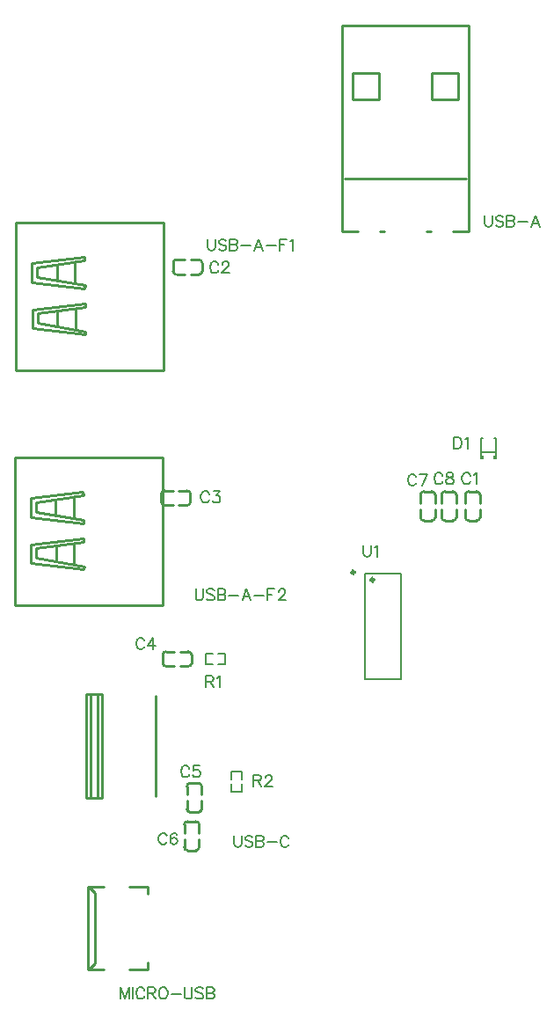
<source format=gto>
G04 Layer: TopSilkscreenLayer*
G04 EasyEDA v6.5.44, 2024-08-26 14:03:18*
G04 e04413f5f05c4ac1846c34afcf77e532,06c4dd8b78d84ebb914e46ede8edac81,10*
G04 Gerber Generator version 0.2*
G04 Scale: 100 percent, Rotated: No, Reflected: No *
G04 Dimensions in millimeters *
G04 leading zeros omitted , absolute positions ,4 integer and 5 decimal *
%FSLAX45Y45*%
%MOMM*%

%ADD10C,0.1524*%
%ADD11C,0.2540*%
%ADD12C,0.1520*%
%ADD13C,0.3000*%

%LPD*%
D10*
X4230877Y11138408D02*
G01*
X4225543Y11148821D01*
X4215129Y11159236D01*
X4204970Y11164315D01*
X4184141Y11164315D01*
X4173727Y11159236D01*
X4163313Y11148821D01*
X4157979Y11138408D01*
X4152900Y11122660D01*
X4152900Y11096752D01*
X4157979Y11081258D01*
X4163313Y11070844D01*
X4173727Y11060429D01*
X4184141Y11055350D01*
X4204970Y11055350D01*
X4215129Y11060429D01*
X4225543Y11070844D01*
X4230877Y11081258D01*
X4265168Y11143487D02*
G01*
X4275581Y11148821D01*
X4291075Y11164315D01*
X4291075Y11055350D01*
X1805178Y13170407D02*
G01*
X1799844Y13180821D01*
X1789429Y13191236D01*
X1779270Y13196316D01*
X1758442Y13196316D01*
X1748028Y13191236D01*
X1737613Y13180821D01*
X1732279Y13170407D01*
X1727200Y13154660D01*
X1727200Y13128752D01*
X1732279Y13113257D01*
X1737613Y13102844D01*
X1748028Y13092429D01*
X1758442Y13087350D01*
X1779270Y13087350D01*
X1789429Y13092429D01*
X1799844Y13102844D01*
X1805178Y13113257D01*
X1844547Y13170407D02*
G01*
X1844547Y13175487D01*
X1849881Y13185902D01*
X1854962Y13191236D01*
X1865376Y13196316D01*
X1886204Y13196316D01*
X1896618Y13191236D01*
X1901697Y13185902D01*
X1907031Y13175487D01*
X1907031Y13165074D01*
X1901697Y13154660D01*
X1891284Y13139166D01*
X1839468Y13087350D01*
X1912112Y13087350D01*
X1716278Y10960608D02*
G01*
X1710944Y10971021D01*
X1700529Y10981436D01*
X1690370Y10986515D01*
X1669542Y10986515D01*
X1659128Y10981436D01*
X1648713Y10971021D01*
X1643379Y10960608D01*
X1638300Y10944860D01*
X1638300Y10918952D01*
X1643379Y10903458D01*
X1648713Y10893044D01*
X1659128Y10882629D01*
X1669542Y10877550D01*
X1690370Y10877550D01*
X1700529Y10882629D01*
X1710944Y10893044D01*
X1716278Y10903458D01*
X1760981Y10986515D02*
G01*
X1818131Y10986515D01*
X1786889Y10944860D01*
X1802384Y10944860D01*
X1812797Y10939779D01*
X1818131Y10934700D01*
X1823212Y10918952D01*
X1823212Y10908537D01*
X1818131Y10893044D01*
X1807718Y10882629D01*
X1791970Y10877550D01*
X1776476Y10877550D01*
X1760981Y10882629D01*
X1755647Y10887710D01*
X1750568Y10898124D01*
X1093978Y9550908D02*
G01*
X1088644Y9561321D01*
X1078229Y9571736D01*
X1068070Y9576815D01*
X1047242Y9576815D01*
X1036828Y9571736D01*
X1026413Y9561321D01*
X1021079Y9550908D01*
X1016000Y9535160D01*
X1016000Y9509252D01*
X1021079Y9493758D01*
X1026413Y9483344D01*
X1036828Y9472929D01*
X1047242Y9467850D01*
X1068070Y9467850D01*
X1078229Y9472929D01*
X1088644Y9483344D01*
X1093978Y9493758D01*
X1180084Y9576815D02*
G01*
X1128268Y9504171D01*
X1206245Y9504171D01*
X1180084Y9576815D02*
G01*
X1180084Y9467850D01*
X1525778Y8319008D02*
G01*
X1520444Y8329421D01*
X1510029Y8339836D01*
X1499870Y8344915D01*
X1479042Y8344915D01*
X1468628Y8339836D01*
X1458213Y8329421D01*
X1452879Y8319008D01*
X1447800Y8303260D01*
X1447800Y8277352D01*
X1452879Y8261858D01*
X1458213Y8251444D01*
X1468628Y8241029D01*
X1479042Y8235950D01*
X1499870Y8235950D01*
X1510029Y8241029D01*
X1520444Y8251444D01*
X1525778Y8261858D01*
X1622297Y8344915D02*
G01*
X1570481Y8344915D01*
X1565147Y8298179D01*
X1570481Y8303260D01*
X1585976Y8308594D01*
X1601470Y8308594D01*
X1617218Y8303260D01*
X1627631Y8293100D01*
X1632712Y8277352D01*
X1632712Y8266937D01*
X1627631Y8251444D01*
X1617218Y8241029D01*
X1601470Y8235950D01*
X1585976Y8235950D01*
X1570481Y8241029D01*
X1565147Y8246110D01*
X1560068Y8256523D01*
X1309878Y7671308D02*
G01*
X1304544Y7681721D01*
X1294129Y7692136D01*
X1283970Y7697215D01*
X1263142Y7697215D01*
X1252728Y7692136D01*
X1242313Y7681721D01*
X1236979Y7671308D01*
X1231900Y7655560D01*
X1231900Y7629652D01*
X1236979Y7614158D01*
X1242313Y7603744D01*
X1252728Y7593329D01*
X1263142Y7588250D01*
X1283970Y7588250D01*
X1294129Y7593329D01*
X1304544Y7603744D01*
X1309878Y7614158D01*
X1406397Y7681721D02*
G01*
X1401318Y7692136D01*
X1385570Y7697215D01*
X1375410Y7697215D01*
X1359662Y7692136D01*
X1349247Y7676387D01*
X1344168Y7650479D01*
X1344168Y7624571D01*
X1349247Y7603744D01*
X1359662Y7593329D01*
X1375410Y7588250D01*
X1380489Y7588250D01*
X1395984Y7593329D01*
X1406397Y7603744D01*
X1411731Y7619237D01*
X1411731Y7624571D01*
X1406397Y7640065D01*
X1395984Y7650479D01*
X1380489Y7655560D01*
X1375410Y7655560D01*
X1359662Y7650479D01*
X1349247Y7640065D01*
X1344168Y7624571D01*
X3710177Y11125708D02*
G01*
X3704843Y11136121D01*
X3694429Y11146536D01*
X3684270Y11151615D01*
X3663441Y11151615D01*
X3653027Y11146536D01*
X3642613Y11136121D01*
X3637279Y11125708D01*
X3632200Y11109960D01*
X3632200Y11084052D01*
X3637279Y11068558D01*
X3642613Y11058144D01*
X3653027Y11047729D01*
X3663441Y11042650D01*
X3684270Y11042650D01*
X3694429Y11047729D01*
X3704843Y11058144D01*
X3710177Y11068558D01*
X3817111Y11151615D02*
G01*
X3765295Y11042650D01*
X3744468Y11151615D02*
G01*
X3817111Y11151615D01*
X3964177Y11138408D02*
G01*
X3958843Y11148821D01*
X3948429Y11159236D01*
X3938270Y11164315D01*
X3917441Y11164315D01*
X3907027Y11159236D01*
X3896613Y11148821D01*
X3891279Y11138408D01*
X3886200Y11122660D01*
X3886200Y11096752D01*
X3891279Y11081258D01*
X3896613Y11070844D01*
X3907027Y11060429D01*
X3917441Y11055350D01*
X3938270Y11055350D01*
X3948429Y11060429D01*
X3958843Y11070844D01*
X3964177Y11081258D01*
X4024375Y11164315D02*
G01*
X4008881Y11159236D01*
X4003547Y11148821D01*
X4003547Y11138408D01*
X4008881Y11127994D01*
X4019295Y11122660D01*
X4039870Y11117579D01*
X4055618Y11112500D01*
X4066031Y11102086D01*
X4071111Y11091671D01*
X4071111Y11075924D01*
X4066031Y11065510D01*
X4060697Y11060429D01*
X4045204Y11055350D01*
X4024375Y11055350D01*
X4008881Y11060429D01*
X4003547Y11065510D01*
X3998468Y11075924D01*
X3998468Y11091671D01*
X4003547Y11102086D01*
X4013961Y11112500D01*
X4029709Y11117579D01*
X4050284Y11122660D01*
X4060697Y11127994D01*
X4066031Y11138408D01*
X4066031Y11148821D01*
X4060697Y11159236D01*
X4045204Y11164315D01*
X4024375Y11164315D01*
X4076700Y11507215D02*
G01*
X4076700Y11398250D01*
X4076700Y11507215D02*
G01*
X4113022Y11507215D01*
X4128770Y11502136D01*
X4138929Y11491721D01*
X4144263Y11481308D01*
X4149343Y11465560D01*
X4149343Y11439652D01*
X4144263Y11424158D01*
X4138929Y11413744D01*
X4128770Y11403329D01*
X4113022Y11398250D01*
X4076700Y11398250D01*
X4183634Y11486387D02*
G01*
X4194047Y11491721D01*
X4209795Y11507215D01*
X4209795Y11398250D01*
X1689100Y9208515D02*
G01*
X1689100Y9099550D01*
X1689100Y9208515D02*
G01*
X1735836Y9208515D01*
X1751329Y9203436D01*
X1756663Y9198102D01*
X1761744Y9187687D01*
X1761744Y9177274D01*
X1756663Y9166860D01*
X1751329Y9161779D01*
X1735836Y9156700D01*
X1689100Y9156700D01*
X1725421Y9156700D02*
G01*
X1761744Y9099550D01*
X1796034Y9187687D02*
G01*
X1806447Y9193021D01*
X1822195Y9208515D01*
X1822195Y9099550D01*
X2146300Y8256015D02*
G01*
X2146300Y8147050D01*
X2146300Y8256015D02*
G01*
X2193036Y8256015D01*
X2208529Y8250936D01*
X2213863Y8245602D01*
X2218943Y8235187D01*
X2218943Y8224773D01*
X2213863Y8214360D01*
X2208529Y8209279D01*
X2193036Y8204200D01*
X2146300Y8204200D01*
X2182622Y8204200D02*
G01*
X2218943Y8147050D01*
X2258568Y8230108D02*
G01*
X2258568Y8235187D01*
X2263647Y8245602D01*
X2268981Y8250936D01*
X2279395Y8256015D01*
X2299970Y8256015D01*
X2310384Y8250936D01*
X2315718Y8245602D01*
X2320797Y8235187D01*
X2320797Y8224773D01*
X2315718Y8214360D01*
X2305304Y8198865D01*
X2253234Y8147050D01*
X2326131Y8147050D01*
X3200400Y10465815D02*
G01*
X3200400Y10387837D01*
X3205479Y10372344D01*
X3215893Y10361929D01*
X3231641Y10356850D01*
X3242056Y10356850D01*
X3257550Y10361929D01*
X3267963Y10372344D01*
X3273043Y10387837D01*
X3273043Y10465815D01*
X3307334Y10444987D02*
G01*
X3317747Y10450321D01*
X3333495Y10465815D01*
X3333495Y10356850D01*
X863610Y6211392D02*
G01*
X863610Y6102172D01*
X863610Y6211392D02*
G01*
X905266Y6102172D01*
X946668Y6211392D02*
G01*
X905266Y6102172D01*
X946668Y6211392D02*
G01*
X946668Y6102172D01*
X980958Y6211392D02*
G01*
X980958Y6102172D01*
X1093226Y6185484D02*
G01*
X1088146Y6195644D01*
X1077732Y6206058D01*
X1067318Y6211392D01*
X1046490Y6211392D01*
X1036076Y6206058D01*
X1025662Y6195644D01*
X1020582Y6185484D01*
X1015248Y6169736D01*
X1015248Y6143828D01*
X1020582Y6128334D01*
X1025662Y6117920D01*
X1036076Y6107506D01*
X1046490Y6102172D01*
X1067318Y6102172D01*
X1077732Y6107506D01*
X1088146Y6117920D01*
X1093226Y6128334D01*
X1127516Y6211392D02*
G01*
X1127516Y6102172D01*
X1127516Y6211392D02*
G01*
X1174252Y6211392D01*
X1190000Y6206058D01*
X1195080Y6200978D01*
X1200160Y6190564D01*
X1200160Y6180150D01*
X1195080Y6169736D01*
X1190000Y6164656D01*
X1174252Y6159322D01*
X1127516Y6159322D01*
X1163838Y6159322D02*
G01*
X1200160Y6102172D01*
X1265692Y6211392D02*
G01*
X1255278Y6206058D01*
X1244864Y6195644D01*
X1239784Y6185484D01*
X1234450Y6169736D01*
X1234450Y6143828D01*
X1239784Y6128334D01*
X1244864Y6117920D01*
X1255278Y6107506D01*
X1265692Y6102172D01*
X1286520Y6102172D01*
X1296934Y6107506D01*
X1307348Y6117920D01*
X1312428Y6128334D01*
X1317762Y6143828D01*
X1317762Y6169736D01*
X1312428Y6185484D01*
X1307348Y6195644D01*
X1296934Y6206058D01*
X1286520Y6211392D01*
X1265692Y6211392D01*
X1352052Y6148908D02*
G01*
X1445524Y6148908D01*
X1479814Y6211392D02*
G01*
X1479814Y6133414D01*
X1484894Y6117920D01*
X1495308Y6107506D01*
X1511056Y6102172D01*
X1521470Y6102172D01*
X1536964Y6107506D01*
X1547378Y6117920D01*
X1552458Y6133414D01*
X1552458Y6211392D01*
X1659646Y6195644D02*
G01*
X1649232Y6206058D01*
X1633484Y6211392D01*
X1612910Y6211392D01*
X1597162Y6206058D01*
X1586748Y6195644D01*
X1586748Y6185484D01*
X1592082Y6175070D01*
X1597162Y6169736D01*
X1607576Y6164656D01*
X1638818Y6154242D01*
X1649232Y6148908D01*
X1654312Y6143828D01*
X1659646Y6133414D01*
X1659646Y6117920D01*
X1649232Y6107506D01*
X1633484Y6102172D01*
X1612910Y6102172D01*
X1597162Y6107506D01*
X1586748Y6117920D01*
X1693936Y6211392D02*
G01*
X1693936Y6102172D01*
X1693936Y6211392D02*
G01*
X1740672Y6211392D01*
X1756166Y6206058D01*
X1761500Y6200978D01*
X1766580Y6190564D01*
X1766580Y6180150D01*
X1761500Y6169736D01*
X1756166Y6164656D01*
X1740672Y6159322D01*
X1693936Y6159322D02*
G01*
X1740672Y6159322D01*
X1756166Y6154242D01*
X1761500Y6148908D01*
X1766580Y6138494D01*
X1766580Y6123000D01*
X1761500Y6112586D01*
X1756166Y6107506D01*
X1740672Y6102172D01*
X1693936Y6102172D01*
X1955706Y7671927D02*
G01*
X1955706Y7593949D01*
X1961040Y7578201D01*
X1971454Y7568041D01*
X1986948Y7562707D01*
X1997362Y7562707D01*
X2012856Y7568041D01*
X2023270Y7578201D01*
X2028604Y7593949D01*
X2028604Y7671927D01*
X2135538Y7656179D02*
G01*
X2125124Y7666593D01*
X2109630Y7671927D01*
X2088802Y7671927D01*
X2073308Y7666593D01*
X2062894Y7656179D01*
X2062894Y7645765D01*
X2067974Y7635351D01*
X2073308Y7630271D01*
X2083722Y7625191D01*
X2114710Y7614777D01*
X2125124Y7609443D01*
X2130458Y7604363D01*
X2135538Y7593949D01*
X2135538Y7578201D01*
X2125124Y7568041D01*
X2109630Y7562707D01*
X2088802Y7562707D01*
X2073308Y7568041D01*
X2062894Y7578201D01*
X2169828Y7671927D02*
G01*
X2169828Y7562707D01*
X2169828Y7671927D02*
G01*
X2216564Y7671927D01*
X2232312Y7666593D01*
X2237392Y7661513D01*
X2242472Y7651099D01*
X2242472Y7640685D01*
X2237392Y7630271D01*
X2232312Y7625191D01*
X2216564Y7619857D01*
X2169828Y7619857D02*
G01*
X2216564Y7619857D01*
X2232312Y7614777D01*
X2237392Y7609443D01*
X2242472Y7599029D01*
X2242472Y7583535D01*
X2237392Y7573121D01*
X2232312Y7568041D01*
X2216564Y7562707D01*
X2169828Y7562707D01*
X2276762Y7609443D02*
G01*
X2370488Y7609443D01*
X2482502Y7645765D02*
G01*
X2477422Y7656179D01*
X2467008Y7666593D01*
X2456594Y7671927D01*
X2435766Y7671927D01*
X2425352Y7666593D01*
X2415192Y7656179D01*
X2409858Y7645765D01*
X2404778Y7630271D01*
X2404778Y7604363D01*
X2409858Y7588615D01*
X2415192Y7578201D01*
X2425352Y7568041D01*
X2435766Y7562707D01*
X2456594Y7562707D01*
X2467008Y7568041D01*
X2477422Y7578201D01*
X2482502Y7588615D01*
X1587614Y10046741D02*
G01*
X1587614Y9968763D01*
X1592694Y9953269D01*
X1603108Y9942855D01*
X1618602Y9937521D01*
X1629016Y9937521D01*
X1644764Y9942855D01*
X1654924Y9953269D01*
X1660258Y9968763D01*
X1660258Y10046741D01*
X1767192Y10031247D02*
G01*
X1756778Y10041661D01*
X1741284Y10046741D01*
X1720456Y10046741D01*
X1704962Y10041661D01*
X1694548Y10031247D01*
X1694548Y10020833D01*
X1699628Y10010419D01*
X1704962Y10005085D01*
X1715376Y10000005D01*
X1746364Y9989591D01*
X1756778Y9984511D01*
X1762112Y9979177D01*
X1767192Y9968763D01*
X1767192Y9953269D01*
X1756778Y9942855D01*
X1741284Y9937521D01*
X1720456Y9937521D01*
X1704962Y9942855D01*
X1694548Y9953269D01*
X1801482Y10046741D02*
G01*
X1801482Y9937521D01*
X1801482Y10046741D02*
G01*
X1848218Y10046741D01*
X1863966Y10041661D01*
X1869046Y10036327D01*
X1874380Y10025913D01*
X1874380Y10015499D01*
X1869046Y10005085D01*
X1863966Y10000005D01*
X1848218Y9994671D01*
X1801482Y9994671D02*
G01*
X1848218Y9994671D01*
X1863966Y9989591D01*
X1869046Y9984511D01*
X1874380Y9974097D01*
X1874380Y9958349D01*
X1869046Y9947935D01*
X1863966Y9942855D01*
X1848218Y9937521D01*
X1801482Y9937521D01*
X1908670Y9984511D02*
G01*
X2002142Y9984511D01*
X2077834Y10046741D02*
G01*
X2036432Y9937521D01*
X2077834Y10046741D02*
G01*
X2119490Y9937521D01*
X2051926Y9974097D02*
G01*
X2103996Y9974097D01*
X2153780Y9984511D02*
G01*
X2247252Y9984511D01*
X2281542Y10046741D02*
G01*
X2281542Y9937521D01*
X2281542Y10046741D02*
G01*
X2349106Y10046741D01*
X2281542Y9994671D02*
G01*
X2323198Y9994671D01*
X2388730Y10020833D02*
G01*
X2388730Y10025913D01*
X2393810Y10036327D01*
X2399144Y10041661D01*
X2409304Y10046741D01*
X2430132Y10046741D01*
X2440546Y10041661D01*
X2445880Y10036327D01*
X2450960Y10025913D01*
X2450960Y10015499D01*
X2445880Y10005085D01*
X2435466Y9989591D01*
X2383396Y9937521D01*
X2456294Y9937521D01*
X1701800Y13412216D02*
G01*
X1701800Y13334237D01*
X1706879Y13318744D01*
X1717294Y13308329D01*
X1733042Y13303250D01*
X1743455Y13303250D01*
X1758950Y13308329D01*
X1769363Y13318744D01*
X1774444Y13334237D01*
X1774444Y13412216D01*
X1881631Y13396721D02*
G01*
X1871218Y13407136D01*
X1855470Y13412216D01*
X1834895Y13412216D01*
X1819147Y13407136D01*
X1808734Y13396721D01*
X1808734Y13386307D01*
X1814068Y13375894D01*
X1819147Y13370560D01*
X1829562Y13365479D01*
X1860804Y13355066D01*
X1871218Y13349986D01*
X1876297Y13344652D01*
X1881631Y13334237D01*
X1881631Y13318744D01*
X1871218Y13308329D01*
X1855470Y13303250D01*
X1834895Y13303250D01*
X1819147Y13308329D01*
X1808734Y13318744D01*
X1915921Y13412216D02*
G01*
X1915921Y13303250D01*
X1915921Y13412216D02*
G01*
X1962658Y13412216D01*
X1978152Y13407136D01*
X1983486Y13401802D01*
X1988565Y13391387D01*
X1988565Y13380974D01*
X1983486Y13370560D01*
X1978152Y13365479D01*
X1962658Y13360400D01*
X1915921Y13360400D02*
G01*
X1962658Y13360400D01*
X1978152Y13355066D01*
X1983486Y13349986D01*
X1988565Y13339571D01*
X1988565Y13323824D01*
X1983486Y13313410D01*
X1978152Y13308329D01*
X1962658Y13303250D01*
X1915921Y13303250D01*
X2022856Y13349986D02*
G01*
X2116327Y13349986D01*
X2192274Y13412216D02*
G01*
X2150618Y13303250D01*
X2192274Y13412216D02*
G01*
X2233929Y13303250D01*
X2166365Y13339571D02*
G01*
X2218181Y13339571D01*
X2268220Y13349986D02*
G01*
X2361691Y13349986D01*
X2395981Y13412216D02*
G01*
X2395981Y13303250D01*
X2395981Y13412216D02*
G01*
X2463545Y13412216D01*
X2395981Y13360400D02*
G01*
X2437384Y13360400D01*
X2497836Y13391387D02*
G01*
X2508250Y13396721D01*
X2523743Y13412216D01*
X2523743Y13303250D01*
X4368800Y13640816D02*
G01*
X4368800Y13562837D01*
X4373879Y13547344D01*
X4384293Y13536929D01*
X4400041Y13531850D01*
X4410456Y13531850D01*
X4425950Y13536929D01*
X4436363Y13547344D01*
X4441443Y13562837D01*
X4441443Y13640816D01*
X4548631Y13625321D02*
G01*
X4538218Y13635736D01*
X4522470Y13640816D01*
X4501895Y13640816D01*
X4486147Y13635736D01*
X4475734Y13625321D01*
X4475734Y13614907D01*
X4481068Y13604494D01*
X4486147Y13599160D01*
X4496561Y13594079D01*
X4527804Y13583666D01*
X4538218Y13578586D01*
X4543297Y13573252D01*
X4548631Y13562837D01*
X4548631Y13547344D01*
X4538218Y13536929D01*
X4522470Y13531850D01*
X4501895Y13531850D01*
X4486147Y13536929D01*
X4475734Y13547344D01*
X4582922Y13640816D02*
G01*
X4582922Y13531850D01*
X4582922Y13640816D02*
G01*
X4629658Y13640816D01*
X4645152Y13635736D01*
X4650486Y13630402D01*
X4655565Y13619987D01*
X4655565Y13609574D01*
X4650486Y13599160D01*
X4645152Y13594079D01*
X4629658Y13589000D01*
X4582922Y13589000D02*
G01*
X4629658Y13589000D01*
X4645152Y13583666D01*
X4650486Y13578586D01*
X4655565Y13568171D01*
X4655565Y13552424D01*
X4650486Y13542010D01*
X4645152Y13536929D01*
X4629658Y13531850D01*
X4582922Y13531850D01*
X4689856Y13578586D02*
G01*
X4783327Y13578586D01*
X4859274Y13640816D02*
G01*
X4817618Y13531850D01*
X4859274Y13640816D02*
G01*
X4900929Y13531850D01*
X4833365Y13568171D02*
G01*
X4885181Y13568171D01*
G36*
X4326636Y11327079D02*
G01*
X4326636Y11296599D01*
X4361891Y11296599D01*
X4361891Y11327079D01*
G37*
G36*
X4451908Y11327079D02*
G01*
X4451908Y11296599D01*
X4487164Y11296599D01*
X4487164Y11327079D01*
G37*
D11*
X4214522Y10984801D02*
G01*
X4294525Y10984801D01*
X4183537Y10873826D02*
G01*
X4183537Y10953823D01*
X4325503Y10873826D02*
G01*
X4325503Y10953823D01*
X4182955Y10816236D02*
G01*
X4182955Y10736237D01*
X4213938Y10705254D02*
G01*
X4293936Y10705254D01*
X4324916Y10816236D02*
G01*
X4324916Y10736237D01*
X1650301Y13184477D02*
G01*
X1650301Y13104474D01*
X1539326Y13215462D02*
G01*
X1619323Y13215462D01*
X1539326Y13073496D02*
G01*
X1619323Y13073496D01*
X1481736Y13216044D02*
G01*
X1401737Y13216044D01*
X1370754Y13185061D02*
G01*
X1370754Y13105063D01*
X1481736Y13074083D02*
G01*
X1401737Y13074083D01*
X1536001Y10961977D02*
G01*
X1536001Y10881974D01*
X1425026Y10992962D02*
G01*
X1505023Y10992962D01*
X1425026Y10850996D02*
G01*
X1505023Y10850996D01*
X1367436Y10993544D02*
G01*
X1287437Y10993544D01*
X1256454Y10962561D02*
G01*
X1256454Y10882563D01*
X1367436Y10851583D02*
G01*
X1287437Y10851583D01*
X1548701Y9412577D02*
G01*
X1548701Y9332574D01*
X1437726Y9443562D02*
G01*
X1517723Y9443562D01*
X1437726Y9301596D02*
G01*
X1517723Y9301596D01*
X1380136Y9444144D02*
G01*
X1300137Y9444144D01*
X1269154Y9413161D02*
G01*
X1269154Y9333163D01*
X1380136Y9302183D02*
G01*
X1300137Y9302183D01*
X1534822Y8178101D02*
G01*
X1614825Y8178101D01*
X1503837Y8067126D02*
G01*
X1503837Y8147123D01*
X1645803Y8067126D02*
G01*
X1645803Y8147123D01*
X1503255Y8009536D02*
G01*
X1503255Y7929537D01*
X1534238Y7898554D02*
G01*
X1614236Y7898554D01*
X1645216Y8009536D02*
G01*
X1645216Y7929537D01*
X1509422Y7809801D02*
G01*
X1589425Y7809801D01*
X1478437Y7698826D02*
G01*
X1478437Y7778823D01*
X1620403Y7698826D02*
G01*
X1620403Y7778823D01*
X1477855Y7641236D02*
G01*
X1477855Y7561237D01*
X1508838Y7530254D02*
G01*
X1588836Y7530254D01*
X1619816Y7641236D02*
G01*
X1619816Y7561237D01*
X3782722Y10984801D02*
G01*
X3862725Y10984801D01*
X3751737Y10873826D02*
G01*
X3751737Y10953823D01*
X3893703Y10873826D02*
G01*
X3893703Y10953823D01*
X3751155Y10816236D02*
G01*
X3751155Y10736237D01*
X3782138Y10705254D02*
G01*
X3862136Y10705254D01*
X3893116Y10816236D02*
G01*
X3893116Y10736237D01*
X3985922Y10984801D02*
G01*
X4065925Y10984801D01*
X3954937Y10873826D02*
G01*
X3954937Y10953823D01*
X4096903Y10873826D02*
G01*
X4096903Y10953823D01*
X3954355Y10816236D02*
G01*
X3954355Y10736237D01*
X3985338Y10705254D02*
G01*
X4065336Y10705254D01*
X4096316Y10816236D02*
G01*
X4096316Y10736237D01*
D12*
X4479521Y11494724D02*
G01*
X4458898Y11494724D01*
X4334278Y11494724D02*
G01*
X4353900Y11494724D01*
D10*
X4334278Y11319479D02*
G01*
X4334278Y11494724D01*
X4479521Y11319479D02*
G01*
X4479521Y11494724D01*
X4334278Y11359923D02*
G01*
X4479521Y11359923D01*
X1800621Y9422460D02*
G01*
X1872424Y9422460D01*
X1872424Y9322739D01*
X1800621Y9322739D01*
X1755378Y9422460D02*
G01*
X1683575Y9422460D01*
X1683575Y9322739D01*
X1755378Y9322739D01*
X2031060Y8168878D02*
G01*
X2031060Y8097075D01*
X1931339Y8097075D01*
X1931339Y8168878D01*
X2031060Y8214121D02*
G01*
X2031060Y8285924D01*
X1931339Y8285924D01*
X1931339Y8214121D01*
X3213760Y10197719D02*
G01*
X3568039Y10197719D01*
X3568039Y9182480D01*
X3213760Y9182480D01*
X3213760Y10197719D01*
D11*
X547735Y6381874D02*
G01*
X547702Y7181872D01*
X706335Y7181872D02*
G01*
X549709Y7181872D01*
X706335Y6381874D02*
G01*
X547702Y6381874D01*
X1123698Y7181872D02*
G01*
X946335Y7181872D01*
X1123736Y6381800D02*
G01*
X946335Y6381775D01*
X1123736Y6453299D02*
G01*
X1123698Y6381899D01*
X1123698Y7181872D02*
G01*
X1123698Y7110300D01*
X549709Y7178875D02*
G01*
X559691Y7178875D01*
X618695Y7119871D01*
X547702Y6383881D02*
G01*
X559691Y6383881D01*
X618695Y6442885D01*
X618695Y6442885D02*
G01*
X618695Y7119871D01*
X642401Y8034401D02*
G01*
X642401Y9034399D01*
X577400Y9034399D02*
G01*
X577400Y8034401D01*
X684288Y9034399D02*
G01*
X532401Y9034399D01*
X532401Y8034401D01*
X684288Y8034401D01*
X684288Y9034399D01*
X1202400Y9014399D02*
G01*
X1202400Y8049399D01*
X508876Y10233675D02*
G01*
X3411Y10292090D01*
X3411Y10477512D01*
X508111Y10535678D01*
X510654Y10502402D01*
X54211Y10436875D01*
X54211Y10342890D01*
X513953Y10264155D01*
X508876Y10233675D01*
X417433Y10492755D02*
G01*
X417433Y10284475D01*
X242176Y10459732D02*
G01*
X242176Y10314955D01*
X237096Y10906775D02*
G01*
X237096Y10761990D01*
X412353Y10939790D02*
G01*
X412353Y10731512D01*
X503796Y10680712D02*
G01*
X508876Y10711190D01*
X49133Y10789932D01*
X49133Y10883912D01*
X505569Y10949444D01*
X503034Y10982721D01*
X-1666Y10924555D01*
X-1666Y10739132D01*
X503796Y10680712D01*
X1265796Y11315700D02*
G01*
X1265796Y9893300D01*
X-156603Y9893300D01*
X-156603Y11315700D01*
X1265796Y11315700D01*
X521576Y12494275D02*
G01*
X16111Y12552690D01*
X16111Y12738112D01*
X520811Y12796278D01*
X523354Y12763002D01*
X66911Y12697475D01*
X66911Y12603490D01*
X526653Y12524755D01*
X521576Y12494275D01*
X430133Y12753355D02*
G01*
X430133Y12545075D01*
X254876Y12720332D02*
G01*
X254876Y12575555D01*
X249796Y13167375D02*
G01*
X249796Y13022590D01*
X425053Y13200390D02*
G01*
X425053Y12992112D01*
X516496Y12941312D02*
G01*
X521576Y12971790D01*
X61833Y13050532D01*
X61833Y13144512D01*
X518269Y13210044D01*
X515734Y13243321D01*
X11033Y13185155D01*
X11033Y12999732D01*
X516496Y12941312D01*
X1278496Y13576300D02*
G01*
X1278496Y12153900D01*
X-143903Y12153900D01*
X-143903Y13576300D01*
X1278496Y13576300D01*
X4191000Y13995400D02*
G01*
X3022600Y13995400D01*
X2997200Y15470200D02*
G01*
X2997200Y13489000D01*
X4216400Y13489000D02*
G01*
X4216400Y15470200D01*
X4216400Y15470200D02*
G01*
X2997200Y15470200D01*
X4216400Y13489000D02*
G01*
X4059913Y13489000D01*
X3853685Y13489000D02*
G01*
X3809900Y13489000D01*
X3403673Y13489000D02*
G01*
X3359911Y13489000D01*
X3153684Y13489000D02*
G01*
X2997200Y13489000D01*
X3352787Y14759000D02*
G01*
X3098787Y14759000D01*
X3098787Y15013000D01*
X3352787Y15013000D01*
X3352787Y14759000D01*
X4114787Y14759000D02*
G01*
X3860787Y14759000D01*
X3860787Y15013000D01*
X4114787Y15013000D01*
X4114787Y14759000D01*
G75*
G01*
X4213939Y10705249D02*
G02*
X4182956Y10736232I0J30983D01*
G75*
G01*
X4324922Y10736232D02*
G02*
X4293936Y10705249I-30983J0D01*
G75*
G01*
X4183537Y10953819D02*
G02*
X4214523Y10984801I30983J0D01*
G75*
G01*
X4294520Y10984801D02*
G02*
X4325503Y10953819I0J-30982D01*
G75*
G01*
X1370749Y13185061D02*
G02*
X1401732Y13216044I30983J0D01*
G75*
G01*
X1401732Y13074078D02*
G02*
X1370749Y13105064I0J30983D01*
G75*
G01*
X1619319Y13215463D02*
G02*
X1650301Y13184477I0J-30983D01*
G75*
G01*
X1650301Y13104480D02*
G02*
X1619319Y13073497I-30982J0D01*
G75*
G01*
X1256449Y10962561D02*
G02*
X1287432Y10993544I30983J0D01*
G75*
G01*
X1287432Y10851578D02*
G02*
X1256449Y10882564I0J30983D01*
G75*
G01*
X1505019Y10992963D02*
G02*
X1536001Y10961977I0J-30983D01*
G75*
G01*
X1536001Y10881980D02*
G02*
X1505019Y10850997I-30982J0D01*
G75*
G01*
X1269149Y9413161D02*
G02*
X1300132Y9444144I30983J0D01*
G75*
G01*
X1300132Y9302178D02*
G02*
X1269149Y9333164I0J30983D01*
G75*
G01*
X1517719Y9443563D02*
G02*
X1548701Y9412577I0J-30983D01*
G75*
G01*
X1548701Y9332580D02*
G02*
X1517719Y9301597I-30982J0D01*
G75*
G01*
X1534239Y7898549D02*
G02*
X1503256Y7929532I0J30983D01*
G75*
G01*
X1645222Y7929532D02*
G02*
X1614236Y7898549I-30983J0D01*
G75*
G01*
X1503837Y8147119D02*
G02*
X1534823Y8178101I30983J0D01*
G75*
G01*
X1614820Y8178101D02*
G02*
X1645803Y8147119I0J-30982D01*
G75*
G01*
X1508839Y7530249D02*
G02*
X1477856Y7561232I0J30983D01*
G75*
G01*
X1619822Y7561232D02*
G02*
X1588836Y7530249I-30983J0D01*
G75*
G01*
X1478437Y7778819D02*
G02*
X1509423Y7809801I30983J0D01*
G75*
G01*
X1589420Y7809801D02*
G02*
X1620403Y7778819I0J-30982D01*
G75*
G01*
X3782139Y10705249D02*
G02*
X3751156Y10736232I0J30983D01*
G75*
G01*
X3893122Y10736232D02*
G02*
X3862136Y10705249I-30983J0D01*
G75*
G01*
X3751737Y10953819D02*
G02*
X3782723Y10984801I30983J0D01*
G75*
G01*
X3862720Y10984801D02*
G02*
X3893703Y10953819I0J-30982D01*
G75*
G01*
X3985339Y10705249D02*
G02*
X3954356Y10736232I0J30983D01*
G75*
G01*
X4096322Y10736232D02*
G02*
X4065336Y10705249I-30983J0D01*
G75*
G01*
X3954937Y10953819D02*
G02*
X3985923Y10984801I30983J0D01*
G75*
G01*
X4065920Y10984801D02*
G02*
X4096903Y10953819I0J-30982D01*
D13*
G75*
G01
X3304007Y10134600D02*
G03X3304007Y10134600I-15011J0D01*
G75*
G01
X3118663Y10207828D02*
G03X3118663Y10207828I-15011J0D01*
M02*

</source>
